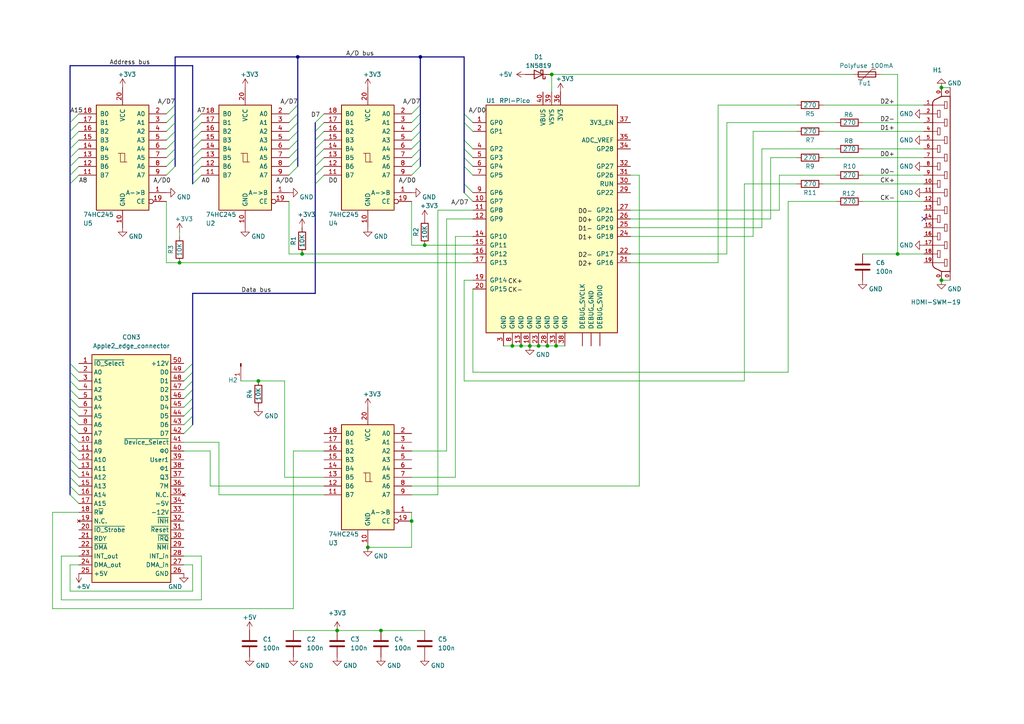
<source format=kicad_sch>
(kicad_sch (version 20231120) (generator "eeschema") (generator_version "8.0")
  (paper "A4")
  (title_block (title "A2DVI.v2.3"))
  (lib_symbols
    (symbol "74xx:74LS245" (pin_names (offset 1.016))
      (property "Reference" "U" (at -7.62 16.51 0))
      (property "Value" "74LS245" (at -7.62 -16.51 0))
      (symbol "74LS245_1_0"
        (polyline (pts (xy -0.635 -1.27) (xy -0.635 1.27) (xy 0.635 1.27)))
        (polyline (pts (xy -1.27 -1.27) (xy 0.635 -1.27) (xy 0.635 1.27) (xy 1.27 1.27)))
        (pin input line (at -12.7 -10.16 0) (length 5.08) (name "A->B") (number "1"))
        (pin power_in line (at 0 -20.32 90) (length 5.08) (name "GND") (number "10"))
        (pin tri_state line (at 12.7 -5.08 180) (length 5.08) (name "B7") (number "11"))
        (pin tri_state line (at 12.7 -2.54 180) (length 5.08) (name "B6") (number "12"))
        (pin tri_state line (at 12.7 0 180) (length 5.08) (name "B5") (number "13"))
        (pin tri_state line (at 12.7 2.54 180) (length 5.08) (name "B4") (number "14"))
        (pin tri_state line (at 12.7 5.08 180) (length 5.08) (name "B3") (number "15"))
        (pin tri_state line (at 12.7 7.62 180) (length 5.08) (name "B2") (number "16"))
        (pin tri_state line (at 12.7 10.16 180) (length 5.08) (name "B1") (number "17"))
        (pin tri_state line (at 12.7 12.7 180) (length 5.08) (name "B0") (number "18"))
        (pin input inverted (at -12.7 -12.7 0) (length 5.08) (name "CE") (number "19"))
        (pin tri_state line (at -12.7 12.7 0) (length 5.08) (name "A0") (number "2"))
        (pin power_in line (at 0 20.32 270) (length 5.08) (name "VCC") (number "20"))
        (pin tri_state line (at -12.7 10.16 0) (length 5.08) (name "A1") (number "3"))
        (pin tri_state line (at -12.7 7.62 0) (length 5.08) (name "A2") (number "4"))
        (pin tri_state line (at -12.7 5.08 0) (length 5.08) (name "A3") (number "5"))
        (pin tri_state line (at -12.7 2.54 0) (length 5.08) (name "A4") (number "6"))
        (pin tri_state line (at -12.7 0 0) (length 5.08) (name "A5") (number "7"))
        (pin tri_state line (at -12.7 -2.54 0) (length 5.08) (name "A6") (number "8"))
        (pin tri_state line (at -12.7 -5.08 0) (length 5.08) (name "A7") (number "9"))
      )
      (symbol "74LS245_1_1"
        (rectangle (start -7.62 15.24) (end 7.62 -15.24) (stroke (width 0.254)) (fill (type background)))
      )
    )
    (symbol "Connector:Conn_01x01_Pin" (pin_names (offset 1.016) hide)
      (property "Reference" "J" (at 0 2.54 0))
      (property "Value" "Conn_01x01_Pin" (at 0 -2.54 0))
      (symbol "Conn_01x01_Pin_1_1"
        (polyline (pts (xy 1.27 0) (xy 0.8636 0)) (stroke (width 0.1524)))
        (rectangle (start 0.8636 0.127) (end 0 -0.127) (stroke (width 0.1524)) (fill (type outline)))
        (pin passive line (at 5.08 0 180) (length 3.81) (name "Pin_1") (number "1"))
      )
    )
    (symbol "Device:C" (pin_numbers hide) (pin_names (offset 0.254))
      (property "Reference" "C" (at 0.635 2.54 0))
      (property "Value" "C" (at 0.635 -2.54 0))
      (symbol "C_0_1"
        (polyline (pts (xy -2.032 -0.762) (xy 2.032 -0.762)) (stroke (width 0.508)))
        (polyline (pts (xy -2.032 0.762) (xy 2.032 0.762)) (stroke (width 0.508)))
      )
      (symbol "C_1_1"
        (pin passive line (at 0 3.81 270) (length 2.794) (name "~") (number "1"))
        (pin passive line (at 0 -3.81 90) (length 2.794) (name "~") (number "2"))
      )
    )
    (symbol "Device:Polyfuse" (pin_numbers hide) (pin_names (offset 0))
      (property "Reference" "F" (at -2.54 0 90))
      (property "Value" "Polyfuse" (at 2.54 0 90))
      (symbol "Polyfuse_0_1"
        (rectangle (start -0.762 2.54) (end 0.762 -2.54) (stroke (width 0.254)))
        (polyline (pts (xy 0 2.54) (xy 0 -2.54)))
        (polyline (pts (xy -1.524 2.54) (xy -1.524 1.524) (xy 1.524 -1.524) (xy 1.524 -2.54)))
      )
      (symbol "Polyfuse_1_1"
        (pin passive line (at 0 3.81 270) (length 1.27) (name "~") (number "1"))
        (pin passive line (at 0 -3.81 90) (length 1.27) (name "~") (number "2"))
      )
    )
    (symbol "Device:R" (pin_numbers hide) (pin_names (offset 0))
      (property "Reference" "R" (at 2.032 0 90))
      (property "Value" "R" (at 0 0 90))
      (symbol "R_0_1"
        (rectangle (start -1.016 -2.54) (end 1.016 2.54) (stroke (width 0.254)))
      )
      (symbol "R_1_1"
        (pin passive line (at 0 3.81 270) (length 1.27) (name "~") (number "1"))
        (pin passive line (at 0 -3.81 90) (length 1.27) (name "~") (number "2"))
      )
    )
    (symbol "Diode:1N6857" (pin_numbers hide) (pin_names (offset 1.016) hide)
      (property "Reference" "D" (at 0 2.54 0))
      (property "Value" "1N6857" (at 0 -2.54 0))
      (symbol "1N6857_0_1"
        (polyline (pts (xy 1.27 0) (xy -1.27 0)))
        (polyline (pts (xy 1.27 1.27) (xy 1.27 -1.27) (xy -1.27 0) (xy 1.27 1.27)) (stroke (width 0.254)))
        (polyline (pts (xy -1.905 0.635) (xy -1.905 1.27) (xy -1.27 1.27) (xy -1.27 -1.27) (xy -0.635 -1.27) (xy -0.635 -0.635)) (stroke (width 0.254)))
      )
      (symbol "1N6857_1_1"
        (pin passive line (at -3.81 0 0) (length 2.54) (name "K") (number "1"))
        (pin passive line (at 3.81 0 180) (length 2.54) (name "A") (number "2"))
      )
    )
    (symbol "MCU_Microchip_PIC16:RPI-Pico" (pin_names (offset 1.016))
      (property "Reference" "U" (at 6.35 35.56 0))
      (property "Value" "RPI-Pico" (at 6.35 33.02 0))
      (symbol "RPI-Pico_0_1"
        (rectangle (start -19.05 -34.29) (end 19.05 31.75) (stroke (width 0.254)) (fill (type background)))
      )
      (symbol "RPI-Pico_1_1"
        (pin power_in line (at 11.43 -38.1 90) (length 3.81) (name "DEBUG_GND") (number ""))
        (pin bidirectional line (at 8.89 -38.1 90) (length 3.81) (name "DEBUG_SVCLK") (number ""))
        (pin bidirectional line (at 13.97 -38.1 90) (length 3.81) (name "DEBUG_SVDIO") (number ""))
        (pin bidirectional line (at -22.86 26.67 0) (length 3.81) (name "GP0") (number "1"))
        (pin bidirectional line (at -22.86 3.81 0) (length 3.81) (name "GP7") (number "10"))
        (pin bidirectional line (at -22.86 1.27 0) (length 3.81) (name "GP8") (number "11"))
        (pin bidirectional line (at -22.86 -1.27 0) (length 3.81) (name "GP9") (number "12"))
        (pin power_in line (at -8.89 -38.1 90) (length 3.81) (name "GND") (number "13"))
        (pin bidirectional line (at -22.86 -6.35 0) (length 3.81) (name "GP10") (number "14"))
        (pin bidirectional line (at -22.86 -8.89 0) (length 3.81) (name "GP11") (number "15"))
        (pin bidirectional line (at -22.86 -11.43 0) (length 3.81) (name "GP12") (number "16"))
        (pin bidirectional line (at -22.86 -13.97 0) (length 3.81) (name "GP13") (number "17"))
        (pin power_in line (at -6.35 -38.1 90) (length 3.81) (name "GND") (number "18"))
        (pin bidirectional line (at -22.86 -19.05 0) (length 3.81) (name "GP14") (number "19"))
        (pin bidirectional line (at -22.86 24.13 0) (length 3.81) (name "GP1") (number "2"))
        (pin bidirectional line (at -22.86 -21.59 0) (length 3.81) (name "GP15") (number "20"))
        (pin bidirectional line (at 22.86 -13.97 180) (length 3.81) (name "GP16") (number "21"))
        (pin bidirectional line (at 22.86 -11.43 180) (length 3.81) (name "GP17") (number "22"))
        (pin power_in line (at -3.81 -38.1 90) (length 3.81) (name "GND") (number "23"))
        (pin bidirectional line (at 22.86 -6.35 180) (length 3.81) (name "GP18") (number "24"))
        (pin bidirectional line (at 22.86 -3.81 180) (length 3.81) (name "GP19") (number "25"))
        (pin bidirectional line (at 22.86 -1.27 180) (length 3.81) (name "GP20") (number "26"))
        (pin bidirectional line (at 22.86 1.27 180) (length 3.81) (name "GP21") (number "27"))
        (pin power_in line (at -1.27 -38.1 90) (length 3.81) (name "GND") (number "28"))
        (pin bidirectional line (at 22.86 6.35 180) (length 3.81) (name "GP22") (number "29"))
        (pin power_in line (at -13.97 -38.1 90) (length 3.81) (name "GND") (number "3"))
        (pin bidirectional line (at 22.86 8.89 180) (length 3.81) (name "RUN") (number "30"))
        (pin bidirectional line (at 22.86 11.43 180) (length 3.81) (name "GP26") (number "31"))
        (pin bidirectional line (at 22.86 13.97 180) (length 3.81) (name "GP27") (number "32"))
        (pin power_in line (at 1.27 -38.1 90) (length 3.81) (name "GND") (number "33"))
        (pin bidirectional line (at 22.86 19.05 180) (length 3.81) (name "GP28") (number "34"))
        (pin bidirectional line (at 22.86 21.59 180) (length 3.81) (name "ADC_VREF") (number "35"))
        (pin power_in line (at 2.54 35.56 270) (length 3.81) (name "3V3") (number "36"))
        (pin bidirectional line (at 22.86 26.67 180) (length 3.81) (name "3V3_EN") (number "37"))
        (pin power_in line (at 3.81 -38.1 90) (length 3.81) (name "GND") (number "38"))
        (pin power_in line (at 0 35.56 270) (length 3.81) (name "VSYS") (number "39"))
        (pin bidirectional line (at -22.86 19.05 0) (length 3.81) (name "GP2") (number "4"))
        (pin power_in line (at -2.54 35.56 270) (length 3.81) (name "VBUS") (number "40"))
        (pin bidirectional line (at -22.86 16.51 0) (length 3.81) (name "GP3") (number "5"))
        (pin bidirectional line (at -22.86 13.97 0) (length 3.81) (name "GP4") (number "6"))
        (pin bidirectional line (at -22.86 11.43 0) (length 3.81) (name "GP5") (number "7"))
        (pin power_in line (at -11.43 -38.1 90) (length 3.81) (name "GND") (number "8"))
        (pin bidirectional line (at -22.86 6.35 0) (length 3.81) (name "GP6") (number "9"))
      )
    )
    (symbol "Neo6502_Rev_B:GND" (power) (pin_names (offset 0))
      (property "Value" "GND" (at 0 -3.81 0))
      (symbol "GND_0_1"
        (polyline (pts (xy 0 0) (xy 0 -1.27) (xy 1.27 -1.27) (xy 0 -2.54) (xy -1.27 -1.27) (xy 0 -1.27)))
      )
      (symbol "GND_1_1"
        (pin power_in line (at 0 0 270) (length 0) hide (name "GND") (number "1"))
      )
    )
    (symbol "Neo6502_Rev_B:HDMI-SWM-19" (pin_names (offset 1.016) hide)
      (property "Reference" "HDMI" (at 2.54 25.4 0))
      (property "Value" "HDMI-SWM-19" (at 2.54 -27.94 0))
      (symbol "HDMI-SWM-19_1_0"
        (polyline (pts (xy -2.54 -25.4) (xy -0.2794 -25.4)) (stroke (width 0.254)))
        (polyline (pts (xy -2.54 25.4) (xy -2.54 -25.4)) (stroke (width 0.254)))
        (polyline (pts (xy -1.651 -23.876) (xy -1.651 -21.844)))
        (polyline (pts (xy -1.651 -21.844) (xy -0.889 -21.844)))
        (polyline (pts (xy -1.651 -18.796) (xy -1.651 -16.764)))
        (polyline (pts (xy -1.651 -16.764) (xy -0.889 -16.764)))
        (polyline (pts (xy -1.651 -13.716) (xy -1.651 -11.684)))
        (polyline (pts (xy -1.651 -11.684) (xy -0.889 -11.684)))
        (polyline (pts (xy -1.651 -8.636) (xy -1.651 -6.604)))
        (polyline (pts (xy -1.651 -6.604) (xy -0.889 -6.604)))
        (polyline (pts (xy -1.651 -3.556) (xy -1.651 -1.524)))
        (polyline (pts (xy -1.651 -1.524) (xy -0.889 -1.524)))
        (polyline (pts (xy -1.651 1.524) (xy -1.651 3.556)))
        (polyline (pts (xy -1.651 3.556) (xy -0.889 3.556)))
        (polyline (pts (xy -1.651 6.604) (xy -1.651 8.636)))
        (polyline (pts (xy -1.651 8.636) (xy -0.889 8.636)))
        (polyline (pts (xy -1.651 11.684) (xy -1.651 13.716)))
        (polyline (pts (xy -1.651 13.716) (xy -0.889 13.716)))
        (polyline (pts (xy -1.651 16.764) (xy -1.651 18.796)))
        (polyline (pts (xy -1.651 18.796) (xy -0.889 18.796)))
        (polyline (pts (xy -1.651 21.844) (xy -1.651 23.876)))
        (polyline (pts (xy -1.651 23.876) (xy -0.889 23.876)))
        (polyline (pts (xy -0.889 -23.876) (xy -1.651 -23.876)))
        (polyline (pts (xy -0.889 -22.86) (xy -0.889 -23.876)))
        (polyline (pts (xy -0.889 -21.844) (xy -0.889 -22.86)))
        (polyline (pts (xy -0.889 -18.796) (xy -1.651 -18.796)))
        (polyline (pts (xy -0.889 -17.78) (xy -0.889 -18.796)))
        (polyline (pts (xy -0.889 -16.764) (xy -0.889 -17.78)))
        (polyline (pts (xy -0.889 -13.716) (xy -1.651 -13.716)))
        (polyline (pts (xy -0.889 -12.7) (xy -0.889 -13.716)))
        (polyline (pts (xy -0.889 -11.684) (xy -0.889 -12.7)))
        (polyline (pts (xy -0.889 -8.636) (xy -1.651 -8.636)))
        (polyline (pts (xy -0.889 -7.62) (xy -0.889 -8.636)))
        (polyline (pts (xy -0.889 -6.604) (xy -0.889 -7.62)))
        (polyline (pts (xy -0.889 -3.556) (xy -1.651 -3.556)))
        (polyline (pts (xy -0.889 -2.54) (xy -0.889 -3.556)))
        (polyline (pts (xy -0.889 -1.524) (xy -0.889 -2.54)))
        (polyline (pts (xy -0.889 1.524) (xy -1.651 1.524)))
        (polyline (pts (xy -0.889 2.54) (xy -0.889 1.524)))
        (polyline (pts (xy -0.889 3.556) (xy -0.889 2.54)))
        (polyline (pts (xy -0.889 6.604) (xy -1.651 6.604)))
        (polyline (pts (xy -0.889 7.62) (xy -0.889 6.604)))
        (polyline (pts (xy -0.889 8.636) (xy -0.889 7.62)))
        (polyline (pts (xy -0.889 11.684) (xy -1.651 11.684)))
        (polyline (pts (xy -0.889 12.7) (xy -0.889 11.684)))
        (polyline (pts (xy -0.889 13.716) (xy -0.889 12.7)))
        (polyline (pts (xy -0.889 16.764) (xy -1.651 16.764)))
        (polyline (pts (xy -0.889 17.78) (xy -0.889 16.764)))
        (polyline (pts (xy -0.889 18.796) (xy -0.889 17.78)))
        (polyline (pts (xy -0.889 21.844) (xy -1.651 21.844)))
        (polyline (pts (xy -0.889 22.86) (xy -0.889 21.844)))
        (polyline (pts (xy -0.889 23.876) (xy -0.889 22.86)))
        (polyline (pts (xy -0.2794 25.4) (xy -2.54 25.4)) (stroke (width 0.254)))
        (polyline (pts (xy 0.254 -25.2476) (xy 1.8288 -24.4602)) (stroke (width 0.254)))
        (polyline (pts (xy 0.381 -21.336) (xy 0.381 -19.304)))
        (polyline (pts (xy 0.381 -19.304) (xy 1.143 -19.304)))
        (polyline (pts (xy 0.381 -16.256) (xy 0.381 -14.224)))
        (polyline (pts (xy 0.381 -14.224) (xy 1.143 -14.224)))
        (polyline (pts (xy 0.381 -11.176) (xy 0.381 -9.144)))
        (polyline (pts (xy 0.381 -9.144) (xy 1.143 -9.144)))
        (polyline (pts (xy 0.381 -6.096) (xy 0.381 -4.064)))
        (polyline (pts (xy 0.381 -4.064) (xy 1.143 -4.064)))
        (polyline (pts (xy 0.381 -1.016) (xy 0.381 1.016)))
        (polyline (pts (xy 0.381 1.016) (xy 1.143 1.016)))
        (polyline (pts (xy 0.381 4.064) (xy 0.381 6.096)))
        (polyline (pts (xy 0.381 6.096) (xy 1.143 6.096)))
        (polyline (pts (xy 0.381 9.144) (xy 0.381 11.176)))
        (polyline (pts (xy 0.381 11.176) (xy 1.143 11.176)))
        (polyline (pts (xy 0.381 14.224) (xy 0.381 16.256)))
        (polyline (pts (xy 0.381 16.256) (xy 1.143 16.256)))
        (polyline (pts (xy 0.381 19.304) (xy 0.381 21.336)))
        (polyline (pts (xy 0.381 21.336) (xy 1.143 21.336)))
        (polyline (pts (xy 1.143 -21.336) (xy 0.381 -21.336)))
        (polyline (pts (xy 1.143 -20.32) (xy 1.143 -21.336)))
        (polyline (pts (xy 1.143 -19.304) (xy 1.143 -20.32)))
        (polyline (pts (xy 1.143 -16.256) (xy 0.381 -16.256)))
        (polyline (pts (xy 1.143 -15.24) (xy 1.143 -16.256)))
        (polyline (pts (xy 1.143 -14.224) (xy 1.143 -15.24)))
        (polyline (pts (xy 1.143 -11.176) (xy 0.381 -11.176)))
        (polyline (pts (xy 1.143 -10.16) (xy 1.143 -11.176)))
        (polyline (pts (xy 1.143 -9.144) (xy 1.143 -10.16)))
        (polyline (pts (xy 1.143 -6.096) (xy 0.381 -6.096)))
        (polyline (pts (xy 1.143 -5.08) (xy 1.143 -6.096)))
        (polyline (pts (xy 1.143 -4.064) (xy 1.143 -5.08)))
        (polyline (pts (xy 1.143 -1.016) (xy 0.381 -1.016)))
        (polyline (pts (xy 1.143 0) (xy 1.143 -1.016)))
        (polyline (pts (xy 1.143 1.016) (xy 1.143 0)))
        (polyline (pts (xy 1.143 4.064) (xy 0.381 4.064)))
        (polyline (pts (xy 1.143 5.08) (xy 1.143 4.064)))
        (polyline (pts (xy 1.143 6.096) (xy 1.143 5.08)))
        (polyline (pts (xy 1.143 9.144) (xy 0.381 9.144)))
        (polyline (pts (xy 1.143 10.16) (xy 1.143 9.144)))
        (polyline (pts (xy 1.143 11.176) (xy 1.143 10.16)))
        (polyline (pts (xy 1.143 14.224) (xy 0.381 14.224)))
        (polyline (pts (xy 1.143 15.24) (xy 1.143 14.224)))
        (polyline (pts (xy 1.143 16.256) (xy 1.143 15.24)))
        (polyline (pts (xy 1.143 19.304) (xy 0.381 19.304)))
        (polyline (pts (xy 1.143 20.32) (xy 1.143 19.304)))
        (polyline (pts (xy 1.143 21.336) (xy 1.143 20.32)))
        (polyline (pts (xy 1.8288 24.4602) (xy 0.254 25.2476)) (stroke (width 0.254)))
        (polyline (pts (xy 2.54 -23.3426) (xy 2.54 -22.86)) (stroke (width 0.254)))
        (polyline (pts (xy 2.54 -22.86) (xy -0.889 -22.86)))
        (polyline (pts (xy 2.54 -22.86) (xy 2.54 -20.32)) (stroke (width 0.254)))
        (polyline (pts (xy 2.54 -20.32) (xy 1.143 -20.32)))
        (polyline (pts (xy 2.54 -20.32) (xy 2.54 -17.78)) (stroke (width 0.254)))
        (polyline (pts (xy 2.54 -17.78) (xy -0.889 -17.78)))
        (polyline (pts (xy 2.54 -17.78) (xy 2.54 -15.24)) (stroke (width 0.254)))
        (polyline (pts (xy 2.54 -15.24) (xy 1.143 -15.24)))
        (polyline (pts (xy 2.54 -15.24) (xy 2.54 -12.7)) (stroke (width 0.254)))
        (polyline (pts (xy 2.54 -12.7) (xy -0.889 -12.7)))
        (polyline (pts (xy 2.54 -12.7) (xy 2.54 -10.16)) (stroke (width 0.254)))
        (polyline (pts (xy 2.54 -10.16) (xy 1.143 -10.16)))
        (polyline (pts (xy 2.54 -10.16) (xy 2.54 -7.62)) (stroke (width 0.254)))
        (polyline (pts (xy 2.54 -7.62) (xy -0.889 -7.62)))
        (polyline (pts (xy 2.54 -7.62) (xy 2.54 -5.08)) (stroke (width 0.254)))
        (polyline (pts (xy 2.54 -5.08) (xy 1.143 -5.08)))
        (polyline (pts (xy 2.54 -5.08) (xy 2.54 -2.54)) (stroke (width 0.254)))
        (polyline (pts (xy 2.54 -2.54) (xy -0.889 -2.54)))
        (polyline (pts (xy 2.54 -2.54) (xy 2.54 0)) (stroke (width 0.254)))
        (polyline (pts (xy 2.54 0) (xy 1.143 0)))
        (polyline (pts (xy 2.54 0) (xy 2.54 2.54)) (stroke (width 0.254)))
        (polyline (pts (xy 2.54 2.54) (xy -0.889 2.54)))
        (polyline (pts (xy 2.54 2.54) (xy 2.54 5.08)) (stroke (width 0.254)))
        (polyline (pts (xy 2.54 5.08) (xy 1.143 5.08)))
        (polyline (pts (xy 2.54 5.08) (xy 2.54 7.62)) (stroke (width 0.254)))
        (polyline (pts (xy 2.54 7.62) (xy -0.889 7.62)))
        (polyline (pts (xy 2.54 7.62) (xy 2.54 10.16)) (stroke (width 0.254)))
        (polyline (pts (xy 2.54 10.16) (xy 1.143 10.16)))
        (polyline (pts (xy 2.54 10.16) (xy 2.54 12.7)) (stroke (width 0.254)))
        (polyline (pts (xy 2.54 12.7) (xy -0.889 12.7)))
        (polyline (pts (xy 2.54 12.7) (xy 2.54 15.24)) (stroke (width 0.254)))
        (polyline (pts (xy 2.54 15.24) (xy 1.143 15.24)))
        (polyline (pts (xy 2.54 15.24) (xy 2.54 17.78)) (stroke (width 0.254)))
        (polyline (pts (xy 2.54 17.78) (xy -0.889 17.78)))
        (polyline (pts (xy 2.54 17.78) (xy 2.54 20.32)) (stroke (width 0.254)))
        (polyline (pts (xy 2.54 20.32) (xy 1.143 20.32)))
        (polyline (pts (xy 2.54 20.32) (xy 2.54 22.86)) (stroke (width 0.254)))
        (polyline (pts (xy 2.54 22.86) (xy -0.889 22.86)))
        (polyline (pts (xy 2.54 22.86) (xy 2.54 23.3426)) (stroke (width 0.254)))
      )
      (symbol "HDMI-SWM-19_1_1"
        (arc (start -0.2794 -25.4) (mid 0.001 -25.3687) (end 0.254 -25.2476) (stroke (width 0.254)))
        (arc (start 0.254 25.2476) (mid -0.006 25.3378) (end -0.2794 25.4) (stroke (width 0.254)))
        (arc (start 1.8288 -24.4602) (mid 2.3329 -23.9995) (end 2.54 -23.3426) (stroke (width 0.254)))
        (arc (start 2.54 23.3426) (mid 2.3503 24.0103) (end 1.8288 24.4602) (stroke (width 0.254)))
        (pin input line (at 0 27.94 270) (length 2.54) (name "20") (number "0"))
        (pin input line (at -2.54 27.94 270) (length 2.54) (name "21") (number "0"))
        (pin input line (at 0 -27.94 90) (length 2.54) (name "22") (number "0"))
        (pin input line (at -2.54 -27.94 90) (length 2.54) (name "23") (number "0"))
        (pin input line (at 5.08 22.86 180) (length 2.54) (name "1") (number "1"))
        (pin input line (at 5.08 0 180) (length 2.54) (name "10") (number "10"))
        (pin input line (at 5.08 -2.54 180) (length 2.54) (name "11") (number "11"))
        (pin input line (at 5.08 -5.08 180) (length 2.54) (name "12") (number "12"))
        (pin input line (at 5.08 -7.62 180) (length 2.54) (name "13") (number "13"))
        (pin input line (at 5.08 -10.16 180) (length 2.54) (name "14") (number "14"))
        (pin input line (at 5.08 -12.7 180) (length 2.54) (name "15") (number "15"))
        (pin input line (at 5.08 -15.24 180) (length 2.54) (name "16") (number "16"))
        (pin input line (at 5.08 -17.78 180) (length 2.54) (name "17") (number "17"))
        (pin input line (at 5.08 -20.32 180) (length 2.54) (name "18") (number "18"))
        (pin input line (at 5.08 -22.86 180) (length 2.54) (name "19") (number "19"))
        (pin input line (at 5.08 20.32 180) (length 2.54) (name "2") (number "2"))
        (pin input line (at 5.08 17.78 180) (length 2.54) (name "3") (number "3"))
        (pin input line (at 5.08 15.24 180) (length 2.54) (name "4") (number "4"))
        (pin input line (at 5.08 12.7 180) (length 2.54) (name "5") (number "5"))
        (pin input line (at 5.08 10.16 180) (length 2.54) (name "6") (number "6"))
        (pin input line (at 5.08 7.62 180) (length 2.54) (name "7") (number "7"))
        (pin input line (at 5.08 5.08 180) (length 2.54) (name "8") (number "8"))
        (pin input line (at 5.08 2.54 180) (length 2.54) (name "9") (number "9"))
      )
    )
    (symbol "Ralle_Library:Apple2_edge_connector"
      (property "Reference" "CON" (at 0 0 0))
      (property "Value" "Apple2_edge_connector" (at 0 -34.29 0))
      (symbol "Apple2_edge_connector_0_1"
        (rectangle (start -11.43 33.02) (end 11.43 -33.02) (stroke (width 0.254)) (fill (type background)))
      )
      (symbol "Apple2_edge_connector_1_1"
        (pin output line (at -15.24 30.48 0) (length 3.81) (name "~{IO_Select}") (number "1"))
        (pin input line (at -15.24 7.62 0) (length 3.81) (name "A8") (number "10"))
        (pin input line (at -15.24 5.08 0) (length 3.81) (name "A9") (number "11"))
        (pin input line (at -15.24 2.54 0) (length 3.81) (name "A10") (number "12"))
        (pin input line (at -15.24 0 0) (length 3.81) (name "A11") (number "13"))
        (pin input line (at -15.24 -2.54 0) (length 3.81) (name "A12") (number "14"))
        (pin input line (at -15.24 -5.08 0) (length 3.81) (name "A13") (number "15"))
        (pin input line (at -15.24 -7.62 0) (length 3.81) (name "A14") (number "16"))
        (pin input line (at -15.24 -10.16 0) (length 3.81) (name "A15") (number "17"))
        (pin input line (at -15.24 -12.7 0) (length 3.81) (name "R~{W}") (number "18"))
        (pin no_connect line (at -15.24 -15.24 0) (length 3.81) (name "N.C.") (number "19"))
        (pin input line (at -15.24 27.94 0) (length 3.81) (name "A0") (number "2"))
        (pin input line (at -15.24 -17.78 0) (length 3.81) (name "~{IO_Strobe}") (number "20"))
        (pin input line (at -15.24 -20.32 0) (length 3.81) (name "RDY") (number "21"))
        (pin bidirectional line (at -15.24 -22.86 0) (length 3.81) (name "~{DMA}") (number "22"))
        (pin input line (at -15.24 -25.4 0) (length 3.81) (name "INT_out") (number "23"))
        (pin input line (at -15.24 -27.94 0) (length 3.81) (name "DMA_out") (number "24"))
        (pin power_in line (at -15.24 -30.48 0) (length 3.81) (name "+5V") (number "25"))
        (pin passive line (at 15.24 -30.48 180) (length 3.81) (name "GND") (number "26"))
        (pin output line (at 15.24 -27.94 180) (length 3.81) (name "DMA_in") (number "27"))
        (pin output line (at 15.24 -25.4 180) (length 3.81) (name "INT_in") (number "28"))
        (pin output line (at 15.24 -22.86 180) (length 3.81) (name "~{NMI}") (number "29"))
        (pin input line (at -15.24 25.4 0) (length 3.81) (name "A1") (number "3"))
        (pin output line (at 15.24 -20.32 180) (length 3.81) (name "~{IRQ}") (number "30"))
        (pin bidirectional line (at 15.24 -17.78 180) (length 3.81) (name "~{Reset}") (number "31"))
        (pin input line (at 15.24 -15.24 180) (length 3.81) (name "~{INH}") (number "32"))
        (pin power_in line (at 15.24 -12.7 180) (length 3.81) (name "-12V") (number "33"))
        (pin power_in line (at 15.24 -10.16 180) (length 3.81) (name "-5V") (number "34"))
        (pin no_connect line (at 15.24 -7.62 180) (length 3.81) (name "N.C.") (number "35"))
        (pin input line (at 15.24 -5.08 180) (length 3.81) (name "7M") (number "36"))
        (pin input line (at 15.24 -2.54 180) (length 3.81) (name "Q3") (number "37"))
        (pin input line (at 15.24 0 180) (length 3.81) (name "Ф1") (number "38"))
        (pin bidirectional line (at 15.24 2.54 180) (length 3.81) (name "User1") (number "39"))
        (pin input line (at -15.24 22.86 0) (length 3.81) (name "A2") (number "4"))
        (pin input line (at 15.24 5.08 180) (length 3.81) (name "Ф0") (number "40"))
        (pin input line (at 15.24 7.62 180) (length 3.81) (name "~{Device_Select}") (number "41"))
        (pin bidirectional line (at 15.24 10.16 180) (length 3.81) (name "D7") (number "42"))
        (pin bidirectional line (at 15.24 12.7 180) (length 3.81) (name "D6") (number "43"))
        (pin bidirectional line (at 15.24 15.24 180) (length 3.81) (name "D5") (number "44"))
        (pin bidirectional line (at 15.24 17.78 180) (length 3.81) (name "D4") (number "45"))
        (pin bidirectional line (at 15.24 20.32 180) (length 3.81) (name "D3") (number "46"))
        (pin bidirectional line (at 15.24 22.86 180) (length 3.81) (name "D2") (number "47"))
        (pin bidirectional line (at 15.24 25.4 180) (length 3.81) (name "D1") (number "48"))
        (pin bidirectional line (at 15.24 27.94 180) (length 3.81) (name "D0") (number "49"))
        (pin input line (at -15.24 20.32 0) (length 3.81) (name "A3") (number "5"))
        (pin power_in line (at 15.24 30.48 180) (length 3.81) (name "+12V") (number "50"))
        (pin input line (at -15.24 17.78 0) (length 3.81) (name "A4") (number "6"))
        (pin input line (at -15.24 15.24 0) (length 3.81) (name "A5") (number "7"))
        (pin input line (at -15.24 12.7 0) (length 3.81) (name "A6") (number "8"))
        (pin input line (at -15.24 10.16 0) (length 3.81) (name "A7") (number "9"))
      )
    )
    (symbol "power:+3V3" (power) (pin_names (offset 0))
      (property "Value" "+3V3" (at 0 3.556 0))
      (symbol "+3V3_0_1"
        (polyline (pts (xy -0.762 1.27) (xy 0 2.54)))
        (polyline (pts (xy 0 0) (xy 0 2.54)))
        (polyline (pts (xy 0 2.54) (xy 0.762 1.27)))
      )
      (symbol "+3V3_1_1"
        (pin power_in line (at 0 0 90) (length 0) hide (name "+3V3") (number "1"))
      )
    )
    (symbol "power:+5V" (power) (pin_names (offset 0))
      (property "Value" "+5V" (at 0 3.556 0))
      (symbol "+5V_0_1"
        (polyline (pts (xy -0.762 1.27) (xy 0 2.54)))
        (polyline (pts (xy 0 0) (xy 0 2.54)))
        (polyline (pts (xy 0 2.54) (xy 0.762 1.27)))
      )
      (symbol "+5V_1_1"
        (pin power_in line (at 0 0 90) (length 0) hide (name "+5V") (number "1"))
      )
    )
    (symbol "power:GND" (power) (pin_names (offset 0))
      (property "Value" "GND" (at 0 -3.81 0))
      (symbol "GND_0_1"
        (polyline (pts (xy 0 0) (xy 0 -1.27) (xy 1.27 -1.27) (xy 0 -2.54) (xy -1.27 -1.27) (xy 0 -1.27)))
      )
      (symbol "GND_1_1"
        (pin power_in line (at 0 0 270) (length 0) hide (name "GND") (number "1"))
      )
    )
  )
  (junction (at 106.68 158.75))
  (junction (at 273.05 81.28))
  (junction (at 158.75 100.33))
  (junction (at 148.59 100.33))
  (junction (at 97.79 182.88))
  (junction (at 153.67 100.33))
  (junction (at 87.63 73.66))
  (junction (at 161.29 100.33))
  (junction (at 121.92 16.51))
  (junction (at 52.07 76.2))
  (junction (at 86.36 16.51))
  (junction (at 74.93 110.49))
  (junction (at 151.13 100.33))
  (junction (at 156.21 100.33))
  (junction (at 260.35 73.66))
  (junction (at 123.19 71.12))
  (junction (at 119.38 151.13))
  (junction (at 273.05 25.4))
  (junction (at 110.49 182.88))
  (junction (at 160.02 21.59))
  (no_connect (at 267.97 63.5))
  (bus_entry (at 83.82 43.18) (size 2.54 -2.54))
  (bus_entry (at 91.44 35.56) (size 2.54 -2.54))
  (bus_entry (at 91.44 38.1) (size 2.54 -2.54))
  (bus_entry (at 91.44 40.64) (size 2.54 -2.54))
  (bus_entry (at 91.44 43.18) (size 2.54 -2.54))
  (bus_entry (at 119.38 43.18) (size 2.54 -2.54))
  (bus_entry (at 119.38 40.64) (size 2.54 -2.54))
  (bus_entry (at 119.38 38.1) (size 2.54 -2.54))
  (bus_entry (at 119.38 35.56) (size 2.54 -2.54))
  (bus_entry (at 119.38 33.02) (size 2.54 -2.54))
  (bus_entry (at 83.82 33.02) (size 2.54 -2.54))
  (bus_entry (at 83.82 35.56) (size 2.54 -2.54))
  (bus_entry (at 83.82 38.1) (size 2.54 -2.54))
  (bus_entry (at 83.82 40.64) (size 2.54 -2.54))
  (bus_entry (at 83.82 48.26) (size 2.54 -2.54))
  (bus_entry (at 83.82 50.8) (size 2.54 -2.54))
  (bus_entry (at 55.88 50.8) (size 2.54 -2.54))
  (bus_entry (at 55.88 53.34) (size 2.54 -2.54))
  (bus_entry (at 55.88 48.26) (size 2.54 -2.54))
  (bus_entry (at 55.88 45.72) (size 2.54 -2.54))
  (bus_entry (at 55.88 43.18) (size 2.54 -2.54))
  (bus_entry (at 55.88 40.64) (size 2.54 -2.54))
  (bus_entry (at 55.88 38.1) (size 2.54 -2.54))
  (bus_entry (at 55.88 35.56) (size 2.54 -2.54))
  (bus_entry (at 83.82 45.72) (size 2.54 -2.54))
  (bus_entry (at 20.32 45.72) (size 2.54 -2.54))
  (bus_entry (at 20.32 48.26) (size 2.54 -2.54))
  (bus_entry (at 20.32 53.34) (size 2.54 -2.54))
  (bus_entry (at 20.32 50.8) (size 2.54 -2.54))
  (bus_entry (at 91.44 45.72) (size 2.54 -2.54))
  (bus_entry (at 91.44 48.26) (size 2.54 -2.54))
  (bus_entry (at 91.44 50.8) (size 2.54 -2.54))
  (bus_entry (at 91.44 53.34) (size 2.54 -2.54))
  (bus_entry (at 119.38 45.72) (size 2.54 -2.54))
  (bus_entry (at 119.38 48.26) (size 2.54 -2.54))
  (bus_entry (at 119.38 50.8) (size 2.54 -2.54))
  (bus_entry (at 48.26 43.18) (size 2.54 -2.54))
  (bus_entry (at 48.26 40.64) (size 2.54 -2.54))
  (bus_entry (at 20.32 35.56) (size 2.54 -2.54))
  (bus_entry (at 20.32 38.1) (size 2.54 -2.54))
  (bus_entry (at 20.32 40.64) (size 2.54 -2.54))
  (bus_entry (at 20.32 43.18) (size 2.54 -2.54))
  (bus_entry (at 48.26 45.72) (size 2.54 -2.54))
  (bus_entry (at 48.26 48.26) (size 2.54 -2.54))
  (bus_entry (at 48.26 50.8) (size 2.54 -2.54))
  (bus_entry (at 48.26 38.1) (size 2.54 -2.54))
  (bus_entry (at 48.26 35.56) (size 2.54 -2.54))
  (bus_entry (at 48.26 33.02) (size 2.54 -2.54))
  (bus_entry (at 53.34 107.95) (size 2.54 -2.54))
  (bus_entry (at 20.32 130.81) (size 2.54 2.54))
  (bus_entry (at 20.32 128.27) (size 2.54 2.54))
  (bus_entry (at 20.32 115.57) (size 2.54 2.54))
  (bus_entry (at 20.32 120.65) (size 2.54 2.54))
  (bus_entry (at 20.32 118.11) (size 2.54 2.54))
  (bus_entry (at 20.32 123.19) (size 2.54 2.54))
  (bus_entry (at 20.32 125.73) (size 2.54 2.54))
  (bus_entry (at 20.32 140.97) (size 2.54 2.54))
  (bus_entry (at 20.32 143.51) (size 2.54 2.54))
  (bus_entry (at 20.32 138.43) (size 2.54 2.54))
  (bus_entry (at 20.32 133.35) (size 2.54 2.54))
  (bus_entry (at 20.32 135.89) (size 2.54 2.54))
  (bus_entry (at 53.34 113.03) (size 2.54 -2.54))
  (bus_entry (at 53.34 110.49) (size 2.54 -2.54))
  (bus_entry (at 20.32 107.95) (size 2.54 2.54))
  (bus_entry (at 20.32 105.41) (size 2.54 2.54))
  (bus_entry (at 20.32 113.03) (size 2.54 2.54))
  (bus_entry (at 20.32 110.49) (size 2.54 2.54))
  (bus_entry (at 53.34 115.57) (size 2.54 -2.54))
  (bus_entry (at 53.34 118.11) (size 2.54 -2.54))
  (bus_entry (at 53.34 120.65) (size 2.54 -2.54))
  (bus_entry (at 53.34 123.19) (size 2.54 -2.54))
  (bus_entry (at 53.34 125.73) (size 2.54 -2.54))
  (bus_entry (at 134.62 33.02) (size 2.54 2.54))
  (bus_entry (at 134.62 35.56) (size 2.54 2.54))
  (bus_entry (at 134.62 40.64) (size 2.54 2.54))
  (bus_entry (at 134.62 43.18) (size 2.54 2.54))
  (bus_entry (at 134.62 45.72) (size 2.54 2.54))
  (bus_entry (at 134.62 55.88) (size 2.54 2.54))
  (bus_entry (at 134.62 48.26) (size 2.54 2.54))
  (bus_entry (at 134.62 53.34) (size 2.54 2.54))
  (wire (pts (xy 137.16 83.82) (xy 137.16 107.95)))
  (wire (pts (xy 208.28 30.48) (xy 208.28 76.2)))
  (wire (pts (xy 210.82 35.56) (xy 242.57 35.56)))
  (wire (pts (xy 69.85 110.49) (xy 74.93 110.49)))
  (wire (pts (xy 119.38 143.51) (xy 127 143.51)))
  (bus (pts (xy 20.32 35.56) (xy 20.32 19.05)))
  (wire (pts (xy 48.26 58.42) (xy 48.26 76.2)))
  (wire (pts (xy 242.57 50.8) (xy 226.06 50.8)))
  (wire (pts (xy 242.57 43.18) (xy 220.98 43.18)))
  (wire (pts (xy 182.88 76.2) (xy 208.28 76.2)))
  (bus (pts (xy 55.88 35.56) (xy 55.88 38.1)))
  (bus (pts (xy 134.62 48.26) (xy 134.62 53.34)))
  (wire (pts (xy 185.42 50.8) (xy 185.42 140.97)))
  (bus (pts (xy 134.62 40.64) (xy 134.62 43.18)))
  (bus (pts (xy 91.44 38.1) (xy 91.44 40.64)))
  (bus (pts (xy 55.88 120.65) (xy 55.88 123.19)))
  (bus (pts (xy 20.32 115.57) (xy 20.32 113.03)))
  (wire (pts (xy 267.97 35.56) (xy 250.19 35.56)))
  (bus (pts (xy 20.32 19.05) (xy 55.88 19.05)))
  (bus (pts (xy 121.92 16.51) (xy 134.62 16.51)))
  (wire (pts (xy 134.62 81.28) (xy 134.62 110.49)))
  (wire (pts (xy 85.09 130.81) (xy 93.98 130.81)))
  (bus (pts (xy 91.44 40.64) (xy 91.44 43.18)))
  (wire (pts (xy 119.38 130.81) (xy 129.54 130.81)))
  (bus (pts (xy 20.32 50.8) (xy 20.32 53.34)))
  (wire (pts (xy 119.38 71.12) (xy 123.19 71.12)))
  (wire (pts (xy 182.88 63.5) (xy 223.52 63.5)))
  (wire (pts (xy 132.08 68.58) (xy 132.08 138.43)))
  (bus (pts (xy 55.88 38.1) (xy 55.88 40.64)))
  (wire (pts (xy 52.07 76.2) (xy 137.16 76.2)))
  (wire (pts (xy 82.55 110.49) (xy 82.55 138.43)))
  (bus (pts (xy 121.92 30.48) (xy 121.92 33.02)))
  (bus (pts (xy 20.32 128.27) (xy 20.32 125.73)))
  (wire (pts (xy 238.76 53.34) (xy 267.97 53.34)))
  (wire (pts (xy 127 60.96) (xy 127 143.51)))
  (bus (pts (xy 121.92 38.1) (xy 121.92 40.64)))
  (wire (pts (xy 58.42 173.99) (xy 17.78 173.99)))
  (bus (pts (xy 86.36 35.56) (xy 86.36 38.1)))
  (bus (pts (xy 91.44 85.09) (xy 91.44 53.34)))
  (bus (pts (xy 20.32 107.95) (xy 20.32 105.41)))
  (wire (pts (xy 63.5 143.51) (xy 93.98 143.51)))
  (bus (pts (xy 20.32 130.81) (xy 20.32 128.27)))
  (wire (pts (xy 185.42 140.97) (xy 119.38 140.97)))
  (bus (pts (xy 55.88 85.09) (xy 91.44 85.09)))
  (wire (pts (xy 58.42 161.29) (xy 58.42 173.99)))
  (wire (pts (xy 228.6 58.42) (xy 242.57 58.42)))
  (wire (pts (xy 275.59 81.28) (xy 273.05 81.28)))
  (bus (pts (xy 134.62 53.34) (xy 134.62 55.88)))
  (wire (pts (xy 110.49 182.88) (xy 123.19 182.88)))
  (wire (pts (xy 137.16 60.96) (xy 127 60.96)))
  (wire (pts (xy 137.16 63.5) (xy 129.54 63.5)))
  (bus (pts (xy 20.32 40.64) (xy 20.32 43.18)))
  (bus (pts (xy 91.44 48.26) (xy 91.44 50.8)))
  (wire (pts (xy 85.09 182.88) (xy 97.79 182.88)))
  (wire (pts (xy 17.78 173.99) (xy 17.78 161.29)))
  (bus (pts (xy 20.32 138.43) (xy 20.32 135.89)))
  (bus (pts (xy 55.88 48.26) (xy 55.88 50.8)))
  (wire (pts (xy 97.79 182.88) (xy 110.49 182.88)))
  (bus (pts (xy 86.36 33.02) (xy 86.36 35.56)))
  (wire (pts (xy 182.88 68.58) (xy 218.44 68.58)))
  (wire (pts (xy 83.82 73.66) (xy 87.63 73.66)))
  (bus (pts (xy 91.44 43.18) (xy 91.44 45.72)))
  (bus (pts (xy 50.8 48.26) (xy 50.8 45.72)))
  (bus (pts (xy 55.88 107.95) (xy 55.88 110.49)))
  (bus (pts (xy 121.92 35.56) (xy 121.92 38.1)))
  (bus (pts (xy 20.32 38.1) (xy 20.32 40.64)))
  (wire (pts (xy 119.38 71.12) (xy 119.38 58.42)))
  (bus (pts (xy 121.92 43.18) (xy 121.92 45.72)))
  (wire (pts (xy 220.98 43.18) (xy 220.98 66.04)))
  (wire (pts (xy 55.88 171.45) (xy 55.88 163.83)))
  (bus (pts (xy 50.8 38.1) (xy 50.8 35.56)))
  (wire (pts (xy 153.67 100.33) (xy 156.21 100.33)))
  (wire (pts (xy 228.6 107.95) (xy 228.6 58.42)))
  (wire (pts (xy 210.82 35.56) (xy 210.82 73.66)))
  (wire (pts (xy 60.96 140.97) (xy 93.98 140.97)))
  (wire (pts (xy 218.44 38.1) (xy 218.44 68.58)))
  (wire (pts (xy 260.35 73.66) (xy 267.97 73.66)))
  (wire (pts (xy 119.38 151.13) (xy 119.38 158.75)))
  (wire (pts (xy 20.32 163.83) (xy 20.32 171.45)))
  (bus (pts (xy 20.32 43.18) (xy 20.32 45.72)))
  (wire (pts (xy 53.34 128.27) (xy 63.5 128.27)))
  (wire (pts (xy 215.9 53.34) (xy 215.9 110.49)))
  (wire (pts (xy 260.35 21.59) (xy 260.35 73.66)))
  (bus (pts (xy 20.32 113.03) (xy 20.32 110.49)))
  (wire (pts (xy 83.82 58.42) (xy 83.82 73.66)))
  (wire (pts (xy 53.34 163.83) (xy 55.88 163.83)))
  (wire (pts (xy 123.19 71.12) (xy 137.16 71.12)))
  (wire (pts (xy 255.27 21.59) (xy 260.35 21.59)))
  (wire (pts (xy 182.88 60.96) (xy 226.06 60.96)))
  (bus (pts (xy 55.88 85.09) (xy 55.88 105.41)))
  (wire (pts (xy 53.34 161.29) (xy 58.42 161.29)))
  (wire (pts (xy 137.16 68.58) (xy 132.08 68.58)))
  (bus (pts (xy 20.32 53.34) (xy 20.32 105.41)))
  (wire (pts (xy 182.88 66.04) (xy 220.98 66.04)))
  (wire (pts (xy 17.78 161.29) (xy 22.86 161.29)))
  (bus (pts (xy 55.88 113.03) (xy 55.88 115.57)))
  (bus (pts (xy 121.92 40.64) (xy 121.92 43.18)))
  (bus (pts (xy 86.36 30.48) (xy 86.36 33.02)))
  (wire (pts (xy 20.32 163.83) (xy 22.86 163.83)))
  (bus (pts (xy 134.62 35.56) (xy 134.62 40.64)))
  (wire (pts (xy 137.16 107.95) (xy 228.6 107.95)))
  (wire (pts (xy 20.32 171.45) (xy 55.88 171.45)))
  (bus (pts (xy 50.8 43.18) (xy 50.8 40.64)))
  (bus (pts (xy 121.92 45.72) (xy 121.92 48.26)))
  (wire (pts (xy 267.97 38.1) (xy 238.76 38.1)))
  (bus (pts (xy 86.36 16.51) (xy 86.36 30.48)))
  (wire (pts (xy 15.24 148.59) (xy 22.86 148.59)))
  (wire (pts (xy 60.96 130.81) (xy 60.96 140.97)))
  (bus (pts (xy 50.8 33.02) (xy 50.8 30.48)))
  (bus (pts (xy 20.32 140.97) (xy 20.32 138.43)))
  (wire (pts (xy 250.19 50.8) (xy 267.97 50.8)))
  (wire (pts (xy 129.54 63.5) (xy 129.54 130.81)))
  (wire (pts (xy 53.34 130.81) (xy 60.96 130.81)))
  (wire (pts (xy 156.21 100.33) (xy 158.75 100.33)))
  (wire (pts (xy 15.24 148.59) (xy 15.24 176.53)))
  (bus (pts (xy 55.88 45.72) (xy 55.88 48.26)))
  (bus (pts (xy 20.32 110.49) (xy 20.32 107.95)))
  (bus (pts (xy 134.62 33.02) (xy 134.62 35.56)))
  (wire (pts (xy 146.05 100.33) (xy 148.59 100.33)))
  (bus (pts (xy 55.88 19.05) (xy 55.88 35.56)))
  (wire (pts (xy 160.02 21.59) (xy 247.65 21.59)))
  (bus (pts (xy 91.44 45.72) (xy 91.44 48.26)))
  (wire (pts (xy 74.93 110.49) (xy 82.55 110.49)))
  (wire (pts (xy 223.52 45.72) (xy 223.52 63.5)))
  (bus (pts (xy 55.88 40.64) (xy 55.88 43.18)))
  (wire (pts (xy 87.63 73.66) (xy 137.16 73.66)))
  (bus (pts (xy 55.88 50.8) (xy 55.88 53.34)))
  (wire (pts (xy 218.44 38.1) (xy 231.14 38.1)))
  (bus (pts (xy 55.88 105.41) (xy 55.88 107.95)))
  (wire (pts (xy 160.02 26.67) (xy 160.02 21.59)))
  (wire (pts (xy 182.88 73.66) (xy 210.82 73.66)))
  (bus (pts (xy 91.44 50.8) (xy 91.44 53.34)))
  (wire (pts (xy 85.09 176.53) (xy 85.09 130.81)))
  (bus (pts (xy 86.36 43.18) (xy 86.36 45.72)))
  (bus (pts (xy 121.92 16.51) (xy 121.92 30.48)))
  (bus (pts (xy 20.32 125.73) (xy 20.32 123.19)))
  (bus (pts (xy 55.88 43.18) (xy 55.88 45.72)))
  (bus (pts (xy 50.8 35.56) (xy 50.8 33.02)))
  (bus (pts (xy 50.8 16.51) (xy 86.36 16.51)))
  (wire (pts (xy 238.76 45.72) (xy 267.97 45.72)))
  (wire (pts (xy 48.26 76.2) (xy 52.07 76.2)))
  (wire (pts (xy 134.62 81.28) (xy 137.16 81.28)))
  (wire (pts (xy 231.14 45.72) (xy 223.52 45.72)))
  (wire (pts (xy 215.9 53.34) (xy 231.14 53.34)))
  (bus (pts (xy 20.32 118.11) (xy 20.32 115.57)))
  (bus (pts (xy 134.62 16.51) (xy 134.62 33.02)))
  (wire (pts (xy 119.38 148.59) (xy 119.38 151.13)))
  (wire (pts (xy 185.42 50.8) (xy 182.88 50.8)))
  (wire (pts (xy 250.19 73.66) (xy 260.35 73.66)))
  (wire (pts (xy 226.06 50.8) (xy 226.06 60.96)))
  (wire (pts (xy 119.38 138.43) (xy 132.08 138.43)))
  (wire (pts (xy 208.28 30.48) (xy 231.14 30.48)))
  (bus (pts (xy 20.32 120.65) (xy 20.32 118.11)))
  (bus (pts (xy 20.32 133.35) (xy 20.32 130.81)))
  (wire (pts (xy 158.75 100.33) (xy 161.29 100.33)))
  (bus (pts (xy 50.8 30.48) (xy 50.8 16.51)))
  (bus (pts (xy 91.44 35.56) (xy 91.44 38.1)))
  (wire (pts (xy 52.07 68.58) (xy 52.07 67.31)))
  (wire (pts (xy 15.24 176.53) (xy 85.09 176.53)))
  (bus (pts (xy 86.36 16.51) (xy 121.92 16.51)))
  (bus (pts (xy 20.32 45.72) (xy 20.32 48.26)))
  (wire (pts (xy 134.62 110.49) (xy 215.9 110.49)))
  (bus (pts (xy 50.8 40.64) (xy 50.8 38.1)))
  (bus (pts (xy 86.36 45.72) (xy 86.36 48.26)))
  (wire (pts (xy 119.38 158.75) (xy 106.68 158.75)))
  (wire (pts (xy 151.13 100.33) (xy 153.67 100.33)))
  (bus (pts (xy 121.92 33.02) (xy 121.92 35.56)))
  (bus (pts (xy 55.88 115.57) (xy 55.88 118.11)))
  (wire (pts (xy 275.59 25.4) (xy 273.05 25.4)))
  (bus (pts (xy 55.88 118.11) (xy 55.88 120.65)))
  (bus (pts (xy 55.88 110.49) (xy 55.88 113.03)))
  (bus (pts (xy 86.36 40.64) (xy 86.36 43.18)))
  (bus (pts (xy 20.32 135.89) (xy 20.32 133.35)))
  (wire (pts (xy 250.19 58.42) (xy 267.97 58.42)))
  (bus (pts (xy 20.32 143.51) (xy 20.32 140.97)))
  (bus (pts (xy 134.62 45.72) (xy 134.62 48.26)))
  (wire (pts (xy 238.76 30.48) (xy 267.97 30.48)))
  (wire (pts (xy 148.59 100.33) (xy 151.13 100.33)))
  (bus (pts (xy 20.32 35.56) (xy 20.32 38.1)))
  (bus (pts (xy 86.36 38.1) (xy 86.36 40.64)))
  (bus (pts (xy 134.62 43.18) (xy 134.62 45.72)))
  (bus (pts (xy 20.32 123.19) (xy 20.32 120.65)))
  (bus (pts (xy 50.8 45.72) (xy 50.8 43.18)))
  (wire (pts (xy 63.5 128.27) (xy 63.5 143.51)))
  (wire (pts (xy 250.19 43.18) (xy 267.97 43.18)))
  (bus (pts (xy 20.32 48.26) (xy 20.32 50.8)))
  (wire (pts (xy 161.29 100.33) (xy 163.83 100.33)))
  (wire (pts (xy 82.55 138.43) (xy 93.98 138.43)))
  (label "CK-" (at 147.32 85.09 0))
  (label "A{slash}D0" (at 115.57 53.34 0))
  (label "A{slash}D7" (at 130.81 59.69 0))
  (label "D2+" (at 167.64 77.47 0))
  (label "D7" (at 90.17 34.29 0))
  (label "D1-" (at 167.64 67.31 0))
  (label "A{slash}D7" (at 45.72 30.48 0))
  (label "D2-" (at 255.27 35.56 0))
  (label "D0+" (at 255.27 45.72 0))
  (label "A{slash}D bus" (at 100.33 16.51 0))
  (label "A7" (at 57.15 33.02 0))
  (label "D0-" (at 167.64 62.23 0))
  (label "D2+" (at 255.27 30.48 0))
  (label "A0" (at 58.42 53.34 0))
  (label "A{slash}D7" (at 116.84 30.48 0))
  (label "A{slash}D0" (at 44.45 53.34 0))
  (label "Address bus" (at 31.75 19.05 0))
  (label "A{slash}D7" (at 81.28 30.48 0))
  (label "A{slash}D0" (at 135.89 33.02 0))
  (label "D0+" (at 167.64 64.77 0))
  (label "D0-" (at 255.27 50.8 0))
  (label "D2-" (at 167.64 74.93 0))
  (label "A{slash}D0" (at 80.01 53.34 0))
  (label "D1+" (at 255.27 38.1 0))
  (label "CK+" (at 255.27 53.34 0))
  (label "CK-" (at 255.27 58.42 0))
  (label "CK+" (at 147.32 82.55 0))
  (label "A15" (at 20.32 33.02 0))
  (label "D1+" (at 167.64 69.85 0))
  (label "A8" (at 22.86 53.34 0))
  (label "Data bus" (at 78.74 85.09 180))
  (label "D0" (at 95.25 53.34 0))
  (symbol (lib_id "power:+3V3") (at 123.19 63.5 0) (unit 1)
    (property "Reference" "#PWR018" (effects (hide yes)))
    (property "Value" "+3V3" (at 124.46 59.69 0))
  )
  (symbol (lib_id "power:+5V") (at 72.39 182.88 0) (unit 1)
    (property "Reference" "#PWR029" (effects (hide yes)))
    (property "Value" "+5V" (at 72.39 179.07 0))
  )
  (symbol (lib_id "Neo6502_Rev_B:GND") (at 267.97 71.12 270) (mirror x) (unit 1)
    (property "Reference" "#PWR07" (effects (hide yes)))
    (property "Value" "GND" (at 262.89 71.12 90))
  )
  (symbol (lib_id "Device:R") (at 52.07 72.39 0) (unit 1)
    (property "Reference" "R3" (at 49.53 72.39 90))
    (property "Value" "10K" (at 52.07 72.39 90))
    (property "Footprint" "Resistor_SMD:R_0402_1005Metric_Pad0.72x0.64mm_HandSolder" (effects (hide yes)))
  )
  (symbol (lib_id "power:+3V3") (at 52.07 67.31 0) (unit 1)
    (property "Reference" "#PWR015" (effects (hide yes)))
    (property "Value" "+3V3" (at 53.34 63.5 0))
  )
  (symbol (lib_id "power:GND") (at 53.34 166.37 0) (unit 1)
    (property "Reference" "#PWR019" (effects (hide yes)))
    (property "Value" "GND" (at 50.8 170.18 0))
  )
  (symbol (lib_id "Neo6502_Rev_B:GND") (at 273.05 25.4 0) (mirror x) (unit 1)
    (property "Reference" "#PWR09" (effects (hide yes)))
    (property "Value" "GND" (at 276.86 24.13 0))
  )
  (symbol (lib_id "power:+3V3") (at 106.68 118.11 0) (unit 1)
    (property "Reference" "#PWR024" (effects (hide yes)))
    (property "Value" "+3V3" (at 107.95 114.3 0))
  )
  (symbol (lib_id "power:GND") (at 74.93 118.11 0) (unit 1)
    (property "Reference" "#PWR028" (effects (hide yes)))
    (property "Value" "GND" (at 78.74 120.65 0))
  )
  (symbol (lib_id "MCU_Microchip_PIC16:RPI-Pico") (at 160.02 62.23 0) (unit 1)
    (property "Reference" "U1" (at 140.97 29.21 0) (effects (justify left)))
    (property "Value" "RPI-Pico" (at 144.78 29.21 0) (effects (justify left)))
    (property "Datasheet" "RPI-Pico" (effects (hide yes)))
  )
  (symbol (lib_id "power:GND") (at 71.12 66.04 0) (unit 1)
    (property "Reference" "#PWR02" (effects (hide yes)))
    (property "Value" "GND" (at 74.93 68.58 0))
  )
  (symbol (lib_id "power:GND") (at 250.19 81.28 0) (unit 1)
    (property "Reference" "#PWR?" (effects (hide yes)))
    (property "Value" "GND" (at 254 83.82 0))
  )
  (symbol (lib_id "Diode:1N6857") (at 156.21 21.59 180) (unit 1)
    (property "Reference" "D1" (at 156.21 16.51 0))
    (property "Value" "1N5819" (at 156.21 19.05 0))
    (property "Footprint" "Diode_THT:D_DO-35_SOD27_P7.62mm_Horizontal" (effects (hide yes)))
    (property "Datasheet" "https://www.microsemi.com/document-portal/doc_download/8865-lds-0040-datasheet" (effects (hide yes)))
  )
  (symbol (lib_id "power:+3V3") (at 87.63 66.04 0) (unit 1)
    (property "Reference" "#PWR014" (effects (hide yes)))
    (property "Value" "+3V3" (at 88.9 62.23 0))
  )
  (symbol (lib_id "power:GND") (at 123.19 190.5 0) (unit 1)
    (property "Reference" "#PWR?" (effects (hide yes)))
    (property "Value" "GND" (at 127 193.04 0))
  )
  (symbol (lib_id "power:GND") (at 97.79 190.5 0) (unit 1)
    (property "Reference" "#PWR022" (effects (hide yes)))
    (property "Value" "GND" (at 101.6 193.04 0))
  )
  (symbol (lib_id "Device:C") (at 110.49 186.69 0) (unit 1)
    (property "Reference" "C4" (at 114.3 185.42 0) (effects (justify left)))
    (property "Value" "100n" (at 114.3 187.96 0) (effects (justify left)))
  )
  (symbol (lib_id "Neo6502_Rev_B:GND") (at 267.97 55.88 270) (mirror x) (unit 1)
    (property "Reference" "#PWR06" (effects (hide yes)))
    (property "Value" "GND" (at 262.89 55.88 90))
  )
  (symbol (lib_id "power:GND") (at 153.67 100.33 0) (unit 1)
    (property "Reference" "#PWR?" (effects (hide yes)))
    (property "Value" "GND" (at 157.48 102.87 0))
  )
  (symbol (lib_id "Neo6502_Rev_B:GND") (at 267.97 48.26 270) (mirror x) (unit 1)
    (property "Reference" "#PWR05" (effects (hide yes)))
    (property "Value" "GND" (at 262.89 48.26 90))
  )
  (symbol (lib_id "Device:R") (at 234.95 53.34 90) (unit 1)
    (property "Reference" "R11" (at 234.95 55.88 90))
    (property "Value" "270" (at 234.95 53.34 90))
    (property "Footprint" "Resistor_SMD:R_0402_1005Metric_Pad0.72x0.64mm_HandSolder" (effects (hide yes)))
  )
  (symbol (lib_id "Device:R") (at 234.95 30.48 90) (unit 1)
    (property "Reference" "R5" (at 234.95 33.02 90))
    (property "Value" "270" (at 234.95 30.48 90))
    (property "Footprint" "Resistor_SMD:R_0402_1005Metric_Pad0.72x0.64mm_HandSolder" (effects (hide yes)))
  )
  (symbol (lib_id "74xx:74LS245") (at 35.56 45.72 0) (mirror y) (unit 1)
    (property "Reference" "U5" (at 24.13 64.77 0) (effects (justify right)))
    (property "Value" "74HC245" (at 24.13 62.23 0) (effects (justify right)))
    (property "Datasheet" "http://www.ti.com/lit/gpn/sn74LS245" (effects (hide yes)))
  )
  (symbol (lib_id "Neo6502_Rev_B:GND") (at 267.97 40.64 270) (mirror x) (unit 1)
    (property "Reference" "#PWR04" (effects (hide yes)))
    (property "Value" "GND" (at 262.89 40.64 90))
  )
  (symbol (lib_id "power:GND") (at 119.38 55.88 90) (unit 1)
    (property "Reference" "#PWR036" (effects (hide yes)))
    (property "Value" "GND" (at 124.46 57.15 90))
  )
  (symbol (lib_id "Device:R") (at 246.38 35.56 90) (unit 1)
    (property "Reference" "R6" (at 246.126 33.274 90))
    (property "Value" "270" (at 246.38 35.56 90))
    (property "Footprint" "Resistor_SMD:R_0402_1005Metric_Pad0.72x0.64mm_HandSolder" (effects (hide yes)))
  )
  (symbol (lib_id "74xx:74LS245") (at 106.68 45.72 0) (mirror y) (unit 1)
    (property "Reference" "U4" (at 95.25 64.77 0) (effects (justify right)))
    (property "Value" "74HC245" (at 95.25 62.23 0) (effects (justify right)))
    (property "Datasheet" "http://www.ti.com/lit/gpn/sn74LS245" (effects (hide yes)))
  )
  (symbol (lib_id "power:GND") (at 106.68 158.75 0) (unit 1)
    (property "Reference" "#PWR025" (effects (hide yes)))
    (property "Value" "GND" (at 110.49 161.29 0))
  )
  (symbol (lib_id "Device:Polyfuse") (at 251.46 21.59 90) (unit 1)
    (property "Reference" "Fu1" (at 252.73 24.13 90) (effects (justify left)))
    (property "Value" "Polyfuse 100mA" (at 259.08 19.05 90) (effects (justify left)))
    (property "Datasheet" "MF-R020" (effects (hide yes)))
  )
  (symbol (lib_id "Device:C") (at 123.19 186.69 0) (unit 1)
    (property "Reference" "C5" (at 127 185.42 0) (effects (justify left)))
    (property "Value" "100n" (at 127 187.96 0) (effects (justify left)))
  )
  (symbol (lib_id "Device:R") (at 123.19 67.31 0) (unit 1)
    (property "Reference" "R2" (at 120.65 67.31 90))
    (property "Value" "10K" (at 123.19 67.31 90))
    (property "Footprint" "Resistor_SMD:R_0402_1005Metric_Pad0.72x0.64mm_HandSolder" (effects (hide yes)))
  )
  (symbol (lib_id "Device:R") (at 246.38 58.42 90) (unit 1)
    (property "Reference" "R12" (at 246.126 56.134 90))
    (property "Value" "270" (at 246.38 58.42 90))
    (property "Footprint" "Resistor_SMD:R_0402_1005Metric_Pad0.72x0.64mm_HandSolder" (effects (hide yes)))
  )
  (symbol (lib_id "Device:R") (at 87.63 69.85 0) (unit 1)
    (property "Reference" "R1" (at 85.09 69.85 90))
    (property "Value" "10K" (at 87.63 69.85 90))
    (property "Footprint" "Resistor_SMD:R_0402_1005Metric_Pad0.72x0.64mm_HandSolder" (effects (hide yes)))
  )
  (symbol (lib_id "power:GND") (at 35.56 66.04 0) (unit 1)
    (property "Reference" "#PWR012" (effects (hide yes)))
    (property "Value" "GND" (at 39.37 68.58 0))
  )
  (symbol (lib_id "power:GND") (at 85.09 190.5 0) (unit 1)
    (property "Reference" "#PWR023" (effects (hide yes)))
    (property "Value" "GND" (at 88.9 193.04 0))
  )
  (symbol (lib_id "74xx:74LS245") (at 106.68 138.43 0) (mirror y) (unit 1)
    (property "Reference" "U3" (at 95.25 157.48 0) (effects (justify right)))
    (property "Value" "74HC245" (at 95.25 154.94 0) (effects (justify right)))
    (property "Datasheet" "http://www.ti.com/lit/gpn/sn74LS245" (effects (hide yes)))
  )
  (symbol (lib_id "Device:R") (at 234.95 38.1 90) (unit 1)
    (property "Reference" "R7" (at 234.95 40.64 90))
    (property "Value" "270" (at 234.95 38.1 90))
    (property "Footprint" "Resistor_SMD:R_0402_1005Metric_Pad0.72x0.64mm_HandSolder" (effects (hide yes)))
  )
  (symbol (lib_id "Device:C") (at 250.19 77.47 0) (unit 1)
    (property "Reference" "C6" (at 254 76.2 0) (effects (justify left)))
    (property "Value" "100n" (at 254 78.74 0) (effects (justify left)))
  )
  (symbol (lib_id "power:+3V3") (at 162.56 26.67 0) (unit 1)
    (property "Reference" "#PWR?" (effects (hide yes)))
    (property "Value" "+3V3" (at 163.83 22.86 0))
  )
  (symbol (lib_id "power:GND") (at 110.49 190.5 0) (unit 1)
    (property "Reference" "#PWR021" (effects (hide yes)))
    (property "Value" "GND" (at 114.3 193.04 0))
  )
  (symbol (lib_id "power:+5V") (at 152.4 21.59 90) (unit 1)
    (property "Reference" "#PWR032" (effects (hide yes)))
    (property "Value" "+5V" (at 148.59 21.59 90) (effects (justify left)))
  )
  (symbol (lib_id "power:GND") (at 48.26 55.88 90) (unit 1)
    (property "Reference" "#PWR011" (effects (hide yes)))
    (property "Value" "GND" (at 53.34 57.15 90))
  )
  (symbol (lib_id "power:+3V3") (at 106.68 25.4 0) (unit 1)
    (property "Reference" "#PWR017" (effects (hide yes)))
    (property "Value" "+3V3" (at 107.95 21.59 0))
  )
  (symbol (lib_id "Device:R") (at 234.95 45.72 90) (unit 1)
    (property "Reference" "R9" (at 234.95 48.26 90))
    (property "Value" "270" (at 234.95 45.72 90))
    (property "Footprint" "Resistor_SMD:R_0402_1005Metric_Pad0.72x0.64mm_HandSolder" (effects (hide yes)))
  )
  (symbol (lib_id "Device:C") (at 85.09 186.69 0) (unit 1)
    (property "Reference" "C2" (at 88.9 185.42 0) (effects (justify left)))
    (property "Value" "100n" (at 88.9 187.96 0) (effects (justify left)))
  )
  (symbol (lib_id "Neo6502_Rev_B:GND") (at 273.05 81.28 0) (mirror y) (unit 1)
    (property "Reference" "#PWR010" (effects (hide yes)))
    (property "Value" "GND" (at 276.86 83.82 0))
  )
  (symbol (lib_id "Device:R") (at 246.38 50.8 90) (unit 1)
    (property "Reference" "R10" (at 246.38 48.26 90))
    (property "Value" "270" (at 246.38 50.8 90))
    (property "Footprint" "Resistor_SMD:R_0402_1005Metric_Pad0.72x0.64mm_HandSolder" (effects (hide yes)))
  )
  (symbol (lib_id "Device:C") (at 72.39 186.69 0) (unit 1)
    (property "Reference" "C1" (at 76.2 185.42 0) (effects (justify left)))
    (property "Value" "100n" (at 76.2 187.96 0) (effects (justify left)))
  )
  (symbol (lib_id "Device:R") (at 74.93 114.3 0) (unit 1)
    (property "Reference" "R4" (at 72.39 114.3 90))
    (property "Value" "10K" (at 74.93 114.3 90))
    (property "Footprint" "Resistor_SMD:R_0402_1005Metric_Pad0.72x0.64mm_HandSolder" (effects (hide yes)))
  )
  (symbol (lib_id "74xx:74LS245") (at 71.12 45.72 0) (mirror y) (unit 1)
    (property "Reference" "U2" (at 59.69 64.77 0) (effects (justify right)))
    (property "Value" "74HC245" (at 59.69 62.23 0) (effects (justify right)))
    (property "Datasheet" "http://www.ti.com/lit/gpn/sn74LS245" (effects (hide yes)))
  )
  (symbol (lib_id "Device:R") (at 246.38 43.18 90) (unit 1)
    (property "Reference" "R8" (at 246.126 40.894 90))
    (property "Value" "270" (at 246.38 43.18 90))
    (property "Footprint" "Resistor_SMD:R_0402_1005Metric_Pad0.72x0.64mm_HandSolder" (effects (hide yes)))
  )
  (symbol (lib_id "Connector:Conn_01x01_Pin") (at 69.85 105.41 270) (unit 1)
    (property "Reference" "H2" (at 67.564 110.236 90))
    (property "Value" "Conn_01x01_Pin" (effects (hide yes)))
  )
  (symbol (lib_id "power:GND") (at 106.68 66.04 0) (unit 1)
    (property "Reference" "#PWR016" (effects (hide yes)))
    (property "Value" "GND" (at 110.49 68.58 0))
  )
  (symbol (lib_id "power:GND") (at 72.39 190.5 0) (unit 1)
    (property "Reference" "#PWR027" (effects (hide yes)))
    (property "Value" "GND" (at 76.2 193.04 0))
  )
  (symbol (lib_id "Device:C") (at 97.79 186.69 0) (unit 1)
    (property "Reference" "C3" (at 101.6 185.42 0) (effects (justify left)))
    (property "Value" "100n" (at 101.6 187.96 0) (effects (justify left)))
  )
  (symbol (lib_id "power:+3V3") (at 35.56 25.4 0) (unit 1)
    (property "Reference" "#PWR013" (effects (hide yes)))
    (property "Value" "+3V3" (at 36.83 21.59 0))
  )
  (symbol (lib_id "Neo6502_Rev_B:HDMI-SWM-19") (at 273.05 53.34 0) (mirror y) (unit 1)
    (property "Reference" "H1" (at 270.51 20.32 0) (effects (justify right)))
    (property "Value" "HDMI-SWM-19" (at 264.16 87.63 0) (effects (justify right)))
  )
  (symbol (lib_id "Neo6502_Rev_B:GND") (at 267.97 33.02 270) (mirror x) (unit 1)
    (property "Reference" "#PWR03" (effects (hide yes)))
    (property "Value" "GND" (at 262.89 33.02 90))
  )
  (symbol (lib_id "Ralle_Library:Apple2_edge_connector") (at 38.1 135.89 0) (unit 1)
    (property "Reference" "CON3" (at 38.1 97.79 0))
    (property "Value" "Apple2_edge_connector" (at 38.1 100.33 0))
    (property "Footprint" "AppleII:Connector Apple II" (effects (hide yes)))
  )
  (symbol (lib_id "power:+5V") (at 22.86 166.37 180) (unit 1)
    (property "Reference" "#PWR020" (effects (hide yes)))
    (property "Value" "+5V" (at 24.13 170.18 0))
  )
  (symbol (lib_id "power:+3V3") (at 71.12 25.4 0) (unit 1)
    (property "Reference" "#PWR01" (effects (hide yes)))
    (property "Value" "+3V3" (at 72.39 21.59 0))
  )
  (symbol (lib_id "power:+3V3") (at 97.79 182.88 0) (unit 1)
    (property "Reference" "#PWR?" (effects (hide yes)))
    (property "Value" "+3V3" (at 97.79 177.8 0))
  )
  (symbol (lib_id "power:GND") (at 83.82 55.88 90) (unit 1)
    (property "Reference" "#PWR08" (effects (hide yes)))
    (property "Value" "GND" (at 88.9 57.15 90))
  )
)
</source>
